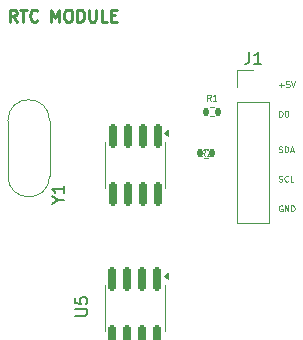
<source format=gbr>
G04 #@! TF.GenerationSoftware,KiCad,Pcbnew,9.0.1*
G04 #@! TF.CreationDate,2026-02-12T23:06:57+05:30*
G04 #@! TF.ProjectId,project1,70726f6a-6563-4743-912e-6b696361645f,rev?*
G04 #@! TF.SameCoordinates,Original*
G04 #@! TF.FileFunction,Legend,Top*
G04 #@! TF.FilePolarity,Positive*
%FSLAX46Y46*%
G04 Gerber Fmt 4.6, Leading zero omitted, Abs format (unit mm)*
G04 Created by KiCad (PCBNEW 9.0.1) date 2026-02-12 23:06:57*
%MOMM*%
%LPD*%
G01*
G04 APERTURE LIST*
G04 Aperture macros list*
%AMRoundRect*
0 Rectangle with rounded corners*
0 $1 Rounding radius*
0 $2 $3 $4 $5 $6 $7 $8 $9 X,Y pos of 4 corners*
0 Add a 4 corners polygon primitive as box body*
4,1,4,$2,$3,$4,$5,$6,$7,$8,$9,$2,$3,0*
0 Add four circle primitives for the rounded corners*
1,1,$1+$1,$2,$3*
1,1,$1+$1,$4,$5*
1,1,$1+$1,$6,$7*
1,1,$1+$1,$8,$9*
0 Add four rect primitives between the rounded corners*
20,1,$1+$1,$2,$3,$4,$5,0*
20,1,$1+$1,$4,$5,$6,$7,0*
20,1,$1+$1,$6,$7,$8,$9,0*
20,1,$1+$1,$8,$9,$2,$3,0*%
G04 Aperture macros list end*
%ADD10C,0.125000*%
%ADD11C,0.250000*%
%ADD12C,0.150000*%
%ADD13C,0.120000*%
%ADD14RoundRect,0.150000X-0.150000X0.825000X-0.150000X-0.825000X0.150000X-0.825000X0.150000X0.825000X0*%
%ADD15C,1.500000*%
%ADD16RoundRect,0.135000X0.135000X0.185000X-0.135000X0.185000X-0.135000X-0.185000X0.135000X-0.185000X0*%
%ADD17R,1.700000X1.700000*%
%ADD18C,1.700000*%
%ADD19RoundRect,0.135000X-0.135000X-0.185000X0.135000X-0.185000X0.135000X0.185000X-0.135000X0.185000X0*%
G04 APERTURE END LIST*
D10*
X160642283Y-95191309D02*
X160642283Y-94691309D01*
X160642283Y-94691309D02*
X160761331Y-94691309D01*
X160761331Y-94691309D02*
X160832759Y-94715119D01*
X160832759Y-94715119D02*
X160880378Y-94762738D01*
X160880378Y-94762738D02*
X160904188Y-94810357D01*
X160904188Y-94810357D02*
X160927997Y-94905595D01*
X160927997Y-94905595D02*
X160927997Y-94977023D01*
X160927997Y-94977023D02*
X160904188Y-95072261D01*
X160904188Y-95072261D02*
X160880378Y-95119880D01*
X160880378Y-95119880D02*
X160832759Y-95167500D01*
X160832759Y-95167500D02*
X160761331Y-95191309D01*
X160761331Y-95191309D02*
X160642283Y-95191309D01*
X161237521Y-94691309D02*
X161285140Y-94691309D01*
X161285140Y-94691309D02*
X161332759Y-94715119D01*
X161332759Y-94715119D02*
X161356569Y-94738928D01*
X161356569Y-94738928D02*
X161380378Y-94786547D01*
X161380378Y-94786547D02*
X161404188Y-94881785D01*
X161404188Y-94881785D02*
X161404188Y-95000833D01*
X161404188Y-95000833D02*
X161380378Y-95096071D01*
X161380378Y-95096071D02*
X161356569Y-95143690D01*
X161356569Y-95143690D02*
X161332759Y-95167500D01*
X161332759Y-95167500D02*
X161285140Y-95191309D01*
X161285140Y-95191309D02*
X161237521Y-95191309D01*
X161237521Y-95191309D02*
X161189902Y-95167500D01*
X161189902Y-95167500D02*
X161166093Y-95143690D01*
X161166093Y-95143690D02*
X161142283Y-95096071D01*
X161142283Y-95096071D02*
X161118474Y-95000833D01*
X161118474Y-95000833D02*
X161118474Y-94881785D01*
X161118474Y-94881785D02*
X161142283Y-94786547D01*
X161142283Y-94786547D02*
X161166093Y-94738928D01*
X161166093Y-94738928D02*
X161189902Y-94715119D01*
X161189902Y-94715119D02*
X161237521Y-94691309D01*
X160618474Y-98167500D02*
X160689902Y-98191309D01*
X160689902Y-98191309D02*
X160808950Y-98191309D01*
X160808950Y-98191309D02*
X160856569Y-98167500D01*
X160856569Y-98167500D02*
X160880378Y-98143690D01*
X160880378Y-98143690D02*
X160904188Y-98096071D01*
X160904188Y-98096071D02*
X160904188Y-98048452D01*
X160904188Y-98048452D02*
X160880378Y-98000833D01*
X160880378Y-98000833D02*
X160856569Y-97977023D01*
X160856569Y-97977023D02*
X160808950Y-97953214D01*
X160808950Y-97953214D02*
X160713712Y-97929404D01*
X160713712Y-97929404D02*
X160666093Y-97905595D01*
X160666093Y-97905595D02*
X160642283Y-97881785D01*
X160642283Y-97881785D02*
X160618474Y-97834166D01*
X160618474Y-97834166D02*
X160618474Y-97786547D01*
X160618474Y-97786547D02*
X160642283Y-97738928D01*
X160642283Y-97738928D02*
X160666093Y-97715119D01*
X160666093Y-97715119D02*
X160713712Y-97691309D01*
X160713712Y-97691309D02*
X160832759Y-97691309D01*
X160832759Y-97691309D02*
X160904188Y-97715119D01*
X161118473Y-98191309D02*
X161118473Y-97691309D01*
X161118473Y-97691309D02*
X161237521Y-97691309D01*
X161237521Y-97691309D02*
X161308949Y-97715119D01*
X161308949Y-97715119D02*
X161356568Y-97762738D01*
X161356568Y-97762738D02*
X161380378Y-97810357D01*
X161380378Y-97810357D02*
X161404187Y-97905595D01*
X161404187Y-97905595D02*
X161404187Y-97977023D01*
X161404187Y-97977023D02*
X161380378Y-98072261D01*
X161380378Y-98072261D02*
X161356568Y-98119880D01*
X161356568Y-98119880D02*
X161308949Y-98167500D01*
X161308949Y-98167500D02*
X161237521Y-98191309D01*
X161237521Y-98191309D02*
X161118473Y-98191309D01*
X161594664Y-98048452D02*
X161832759Y-98048452D01*
X161547045Y-98191309D02*
X161713711Y-97691309D01*
X161713711Y-97691309D02*
X161880378Y-98191309D01*
D11*
X138414996Y-87123619D02*
X138081663Y-86647428D01*
X137843568Y-87123619D02*
X137843568Y-86123619D01*
X137843568Y-86123619D02*
X138224520Y-86123619D01*
X138224520Y-86123619D02*
X138319758Y-86171238D01*
X138319758Y-86171238D02*
X138367377Y-86218857D01*
X138367377Y-86218857D02*
X138414996Y-86314095D01*
X138414996Y-86314095D02*
X138414996Y-86456952D01*
X138414996Y-86456952D02*
X138367377Y-86552190D01*
X138367377Y-86552190D02*
X138319758Y-86599809D01*
X138319758Y-86599809D02*
X138224520Y-86647428D01*
X138224520Y-86647428D02*
X137843568Y-86647428D01*
X138700711Y-86123619D02*
X139272139Y-86123619D01*
X138986425Y-87123619D02*
X138986425Y-86123619D01*
X140176901Y-87028380D02*
X140129282Y-87076000D01*
X140129282Y-87076000D02*
X139986425Y-87123619D01*
X139986425Y-87123619D02*
X139891187Y-87123619D01*
X139891187Y-87123619D02*
X139748330Y-87076000D01*
X139748330Y-87076000D02*
X139653092Y-86980761D01*
X139653092Y-86980761D02*
X139605473Y-86885523D01*
X139605473Y-86885523D02*
X139557854Y-86695047D01*
X139557854Y-86695047D02*
X139557854Y-86552190D01*
X139557854Y-86552190D02*
X139605473Y-86361714D01*
X139605473Y-86361714D02*
X139653092Y-86266476D01*
X139653092Y-86266476D02*
X139748330Y-86171238D01*
X139748330Y-86171238D02*
X139891187Y-86123619D01*
X139891187Y-86123619D02*
X139986425Y-86123619D01*
X139986425Y-86123619D02*
X140129282Y-86171238D01*
X140129282Y-86171238D02*
X140176901Y-86218857D01*
X141367378Y-87123619D02*
X141367378Y-86123619D01*
X141367378Y-86123619D02*
X141700711Y-86837904D01*
X141700711Y-86837904D02*
X142034044Y-86123619D01*
X142034044Y-86123619D02*
X142034044Y-87123619D01*
X142700711Y-86123619D02*
X142891187Y-86123619D01*
X142891187Y-86123619D02*
X142986425Y-86171238D01*
X142986425Y-86171238D02*
X143081663Y-86266476D01*
X143081663Y-86266476D02*
X143129282Y-86456952D01*
X143129282Y-86456952D02*
X143129282Y-86790285D01*
X143129282Y-86790285D02*
X143081663Y-86980761D01*
X143081663Y-86980761D02*
X142986425Y-87076000D01*
X142986425Y-87076000D02*
X142891187Y-87123619D01*
X142891187Y-87123619D02*
X142700711Y-87123619D01*
X142700711Y-87123619D02*
X142605473Y-87076000D01*
X142605473Y-87076000D02*
X142510235Y-86980761D01*
X142510235Y-86980761D02*
X142462616Y-86790285D01*
X142462616Y-86790285D02*
X142462616Y-86456952D01*
X142462616Y-86456952D02*
X142510235Y-86266476D01*
X142510235Y-86266476D02*
X142605473Y-86171238D01*
X142605473Y-86171238D02*
X142700711Y-86123619D01*
X143557854Y-87123619D02*
X143557854Y-86123619D01*
X143557854Y-86123619D02*
X143795949Y-86123619D01*
X143795949Y-86123619D02*
X143938806Y-86171238D01*
X143938806Y-86171238D02*
X144034044Y-86266476D01*
X144034044Y-86266476D02*
X144081663Y-86361714D01*
X144081663Y-86361714D02*
X144129282Y-86552190D01*
X144129282Y-86552190D02*
X144129282Y-86695047D01*
X144129282Y-86695047D02*
X144081663Y-86885523D01*
X144081663Y-86885523D02*
X144034044Y-86980761D01*
X144034044Y-86980761D02*
X143938806Y-87076000D01*
X143938806Y-87076000D02*
X143795949Y-87123619D01*
X143795949Y-87123619D02*
X143557854Y-87123619D01*
X144557854Y-86123619D02*
X144557854Y-86933142D01*
X144557854Y-86933142D02*
X144605473Y-87028380D01*
X144605473Y-87028380D02*
X144653092Y-87076000D01*
X144653092Y-87076000D02*
X144748330Y-87123619D01*
X144748330Y-87123619D02*
X144938806Y-87123619D01*
X144938806Y-87123619D02*
X145034044Y-87076000D01*
X145034044Y-87076000D02*
X145081663Y-87028380D01*
X145081663Y-87028380D02*
X145129282Y-86933142D01*
X145129282Y-86933142D02*
X145129282Y-86123619D01*
X146081663Y-87123619D02*
X145605473Y-87123619D01*
X145605473Y-87123619D02*
X145605473Y-86123619D01*
X146414997Y-86599809D02*
X146748330Y-86599809D01*
X146891187Y-87123619D02*
X146414997Y-87123619D01*
X146414997Y-87123619D02*
X146414997Y-86123619D01*
X146414997Y-86123619D02*
X146891187Y-86123619D01*
D10*
X160904188Y-102715119D02*
X160856569Y-102691309D01*
X160856569Y-102691309D02*
X160785140Y-102691309D01*
X160785140Y-102691309D02*
X160713712Y-102715119D01*
X160713712Y-102715119D02*
X160666093Y-102762738D01*
X160666093Y-102762738D02*
X160642283Y-102810357D01*
X160642283Y-102810357D02*
X160618474Y-102905595D01*
X160618474Y-102905595D02*
X160618474Y-102977023D01*
X160618474Y-102977023D02*
X160642283Y-103072261D01*
X160642283Y-103072261D02*
X160666093Y-103119880D01*
X160666093Y-103119880D02*
X160713712Y-103167500D01*
X160713712Y-103167500D02*
X160785140Y-103191309D01*
X160785140Y-103191309D02*
X160832759Y-103191309D01*
X160832759Y-103191309D02*
X160904188Y-103167500D01*
X160904188Y-103167500D02*
X160927997Y-103143690D01*
X160927997Y-103143690D02*
X160927997Y-102977023D01*
X160927997Y-102977023D02*
X160832759Y-102977023D01*
X161142283Y-103191309D02*
X161142283Y-102691309D01*
X161142283Y-102691309D02*
X161427997Y-103191309D01*
X161427997Y-103191309D02*
X161427997Y-102691309D01*
X161666093Y-103191309D02*
X161666093Y-102691309D01*
X161666093Y-102691309D02*
X161785141Y-102691309D01*
X161785141Y-102691309D02*
X161856569Y-102715119D01*
X161856569Y-102715119D02*
X161904188Y-102762738D01*
X161904188Y-102762738D02*
X161927998Y-102810357D01*
X161927998Y-102810357D02*
X161951807Y-102905595D01*
X161951807Y-102905595D02*
X161951807Y-102977023D01*
X161951807Y-102977023D02*
X161927998Y-103072261D01*
X161927998Y-103072261D02*
X161904188Y-103119880D01*
X161904188Y-103119880D02*
X161856569Y-103167500D01*
X161856569Y-103167500D02*
X161785141Y-103191309D01*
X161785141Y-103191309D02*
X161666093Y-103191309D01*
X160618474Y-100667500D02*
X160689902Y-100691309D01*
X160689902Y-100691309D02*
X160808950Y-100691309D01*
X160808950Y-100691309D02*
X160856569Y-100667500D01*
X160856569Y-100667500D02*
X160880378Y-100643690D01*
X160880378Y-100643690D02*
X160904188Y-100596071D01*
X160904188Y-100596071D02*
X160904188Y-100548452D01*
X160904188Y-100548452D02*
X160880378Y-100500833D01*
X160880378Y-100500833D02*
X160856569Y-100477023D01*
X160856569Y-100477023D02*
X160808950Y-100453214D01*
X160808950Y-100453214D02*
X160713712Y-100429404D01*
X160713712Y-100429404D02*
X160666093Y-100405595D01*
X160666093Y-100405595D02*
X160642283Y-100381785D01*
X160642283Y-100381785D02*
X160618474Y-100334166D01*
X160618474Y-100334166D02*
X160618474Y-100286547D01*
X160618474Y-100286547D02*
X160642283Y-100238928D01*
X160642283Y-100238928D02*
X160666093Y-100215119D01*
X160666093Y-100215119D02*
X160713712Y-100191309D01*
X160713712Y-100191309D02*
X160832759Y-100191309D01*
X160832759Y-100191309D02*
X160904188Y-100215119D01*
X161404187Y-100643690D02*
X161380378Y-100667500D01*
X161380378Y-100667500D02*
X161308949Y-100691309D01*
X161308949Y-100691309D02*
X161261330Y-100691309D01*
X161261330Y-100691309D02*
X161189902Y-100667500D01*
X161189902Y-100667500D02*
X161142283Y-100619880D01*
X161142283Y-100619880D02*
X161118473Y-100572261D01*
X161118473Y-100572261D02*
X161094664Y-100477023D01*
X161094664Y-100477023D02*
X161094664Y-100405595D01*
X161094664Y-100405595D02*
X161118473Y-100310357D01*
X161118473Y-100310357D02*
X161142283Y-100262738D01*
X161142283Y-100262738D02*
X161189902Y-100215119D01*
X161189902Y-100215119D02*
X161261330Y-100191309D01*
X161261330Y-100191309D02*
X161308949Y-100191309D01*
X161308949Y-100191309D02*
X161380378Y-100215119D01*
X161380378Y-100215119D02*
X161404187Y-100238928D01*
X161856568Y-100691309D02*
X161618473Y-100691309D01*
X161618473Y-100691309D02*
X161618473Y-100191309D01*
X160642283Y-92500833D02*
X161023236Y-92500833D01*
X160832759Y-92691309D02*
X160832759Y-92310357D01*
X161499426Y-92191309D02*
X161261331Y-92191309D01*
X161261331Y-92191309D02*
X161237522Y-92429404D01*
X161237522Y-92429404D02*
X161261331Y-92405595D01*
X161261331Y-92405595D02*
X161308950Y-92381785D01*
X161308950Y-92381785D02*
X161427998Y-92381785D01*
X161427998Y-92381785D02*
X161475617Y-92405595D01*
X161475617Y-92405595D02*
X161499426Y-92429404D01*
X161499426Y-92429404D02*
X161523236Y-92477023D01*
X161523236Y-92477023D02*
X161523236Y-92596071D01*
X161523236Y-92596071D02*
X161499426Y-92643690D01*
X161499426Y-92643690D02*
X161475617Y-92667500D01*
X161475617Y-92667500D02*
X161427998Y-92691309D01*
X161427998Y-92691309D02*
X161308950Y-92691309D01*
X161308950Y-92691309D02*
X161261331Y-92667500D01*
X161261331Y-92667500D02*
X161237522Y-92643690D01*
X161666093Y-92191309D02*
X161832759Y-92691309D01*
X161832759Y-92691309D02*
X161999426Y-92191309D01*
D12*
X143395819Y-112020904D02*
X144205342Y-112020904D01*
X144205342Y-112020904D02*
X144300580Y-111973285D01*
X144300580Y-111973285D02*
X144348200Y-111925666D01*
X144348200Y-111925666D02*
X144395819Y-111830428D01*
X144395819Y-111830428D02*
X144395819Y-111639952D01*
X144395819Y-111639952D02*
X144348200Y-111544714D01*
X144348200Y-111544714D02*
X144300580Y-111497095D01*
X144300580Y-111497095D02*
X144205342Y-111449476D01*
X144205342Y-111449476D02*
X143395819Y-111449476D01*
X143395819Y-110497095D02*
X143395819Y-110973285D01*
X143395819Y-110973285D02*
X143872009Y-111020904D01*
X143872009Y-111020904D02*
X143824390Y-110973285D01*
X143824390Y-110973285D02*
X143776771Y-110878047D01*
X143776771Y-110878047D02*
X143776771Y-110639952D01*
X143776771Y-110639952D02*
X143824390Y-110544714D01*
X143824390Y-110544714D02*
X143872009Y-110497095D01*
X143872009Y-110497095D02*
X143967247Y-110449476D01*
X143967247Y-110449476D02*
X144205342Y-110449476D01*
X144205342Y-110449476D02*
X144300580Y-110497095D01*
X144300580Y-110497095D02*
X144348200Y-110544714D01*
X144348200Y-110544714D02*
X144395819Y-110639952D01*
X144395819Y-110639952D02*
X144395819Y-110878047D01*
X144395819Y-110878047D02*
X144348200Y-110973285D01*
X144348200Y-110973285D02*
X144300580Y-111020904D01*
X141919628Y-102235190D02*
X142395819Y-102235190D01*
X141395819Y-102568523D02*
X141919628Y-102235190D01*
X141919628Y-102235190D02*
X141395819Y-101901857D01*
X142395819Y-101044714D02*
X142395819Y-101616142D01*
X142395819Y-101330428D02*
X141395819Y-101330428D01*
X141395819Y-101330428D02*
X141538676Y-101425666D01*
X141538676Y-101425666D02*
X141633914Y-101520904D01*
X141633914Y-101520904D02*
X141681533Y-101616142D01*
D10*
X154367666Y-98483809D02*
X154201000Y-98245714D01*
X154081952Y-98483809D02*
X154081952Y-97983809D01*
X154081952Y-97983809D02*
X154272428Y-97983809D01*
X154272428Y-97983809D02*
X154320047Y-98007619D01*
X154320047Y-98007619D02*
X154343857Y-98031428D01*
X154343857Y-98031428D02*
X154367666Y-98079047D01*
X154367666Y-98079047D02*
X154367666Y-98150476D01*
X154367666Y-98150476D02*
X154343857Y-98198095D01*
X154343857Y-98198095D02*
X154320047Y-98221904D01*
X154320047Y-98221904D02*
X154272428Y-98245714D01*
X154272428Y-98245714D02*
X154081952Y-98245714D01*
X154558143Y-98031428D02*
X154581952Y-98007619D01*
X154581952Y-98007619D02*
X154629571Y-97983809D01*
X154629571Y-97983809D02*
X154748619Y-97983809D01*
X154748619Y-97983809D02*
X154796238Y-98007619D01*
X154796238Y-98007619D02*
X154820047Y-98031428D01*
X154820047Y-98031428D02*
X154843857Y-98079047D01*
X154843857Y-98079047D02*
X154843857Y-98126666D01*
X154843857Y-98126666D02*
X154820047Y-98198095D01*
X154820047Y-98198095D02*
X154534333Y-98483809D01*
X154534333Y-98483809D02*
X154843857Y-98483809D01*
D12*
X158107666Y-89713819D02*
X158107666Y-90428104D01*
X158107666Y-90428104D02*
X158060047Y-90570961D01*
X158060047Y-90570961D02*
X157964809Y-90666200D01*
X157964809Y-90666200D02*
X157821952Y-90713819D01*
X157821952Y-90713819D02*
X157726714Y-90713819D01*
X159107666Y-90713819D02*
X158536238Y-90713819D01*
X158821952Y-90713819D02*
X158821952Y-89713819D01*
X158821952Y-89713819D02*
X158726714Y-89856676D01*
X158726714Y-89856676D02*
X158631476Y-89951914D01*
X158631476Y-89951914D02*
X158536238Y-89999533D01*
D10*
X154857666Y-93813809D02*
X154691000Y-93575714D01*
X154571952Y-93813809D02*
X154571952Y-93313809D01*
X154571952Y-93313809D02*
X154762428Y-93313809D01*
X154762428Y-93313809D02*
X154810047Y-93337619D01*
X154810047Y-93337619D02*
X154833857Y-93361428D01*
X154833857Y-93361428D02*
X154857666Y-93409047D01*
X154857666Y-93409047D02*
X154857666Y-93480476D01*
X154857666Y-93480476D02*
X154833857Y-93528095D01*
X154833857Y-93528095D02*
X154810047Y-93551904D01*
X154810047Y-93551904D02*
X154762428Y-93575714D01*
X154762428Y-93575714D02*
X154571952Y-93575714D01*
X155333857Y-93813809D02*
X155048143Y-93813809D01*
X155191000Y-93813809D02*
X155191000Y-93313809D01*
X155191000Y-93313809D02*
X155143381Y-93385238D01*
X155143381Y-93385238D02*
X155095762Y-93432857D01*
X155095762Y-93432857D02*
X155048143Y-93456666D01*
D13*
X145866000Y-111394000D02*
X145866000Y-109444000D01*
X145866000Y-111394000D02*
X145866000Y-113344000D01*
X150986000Y-111394000D02*
X150986000Y-109444000D01*
X150986000Y-111394000D02*
X150986000Y-113344000D01*
X151221000Y-108934000D02*
X150891000Y-108694000D01*
X151221000Y-108454000D01*
X151221000Y-108934000D01*
G36*
X151221000Y-108934000D02*
G01*
X150891000Y-108694000D01*
X151221000Y-108454000D01*
X151221000Y-108934000D01*
G37*
X137681000Y-100209000D02*
X137681000Y-95509000D01*
X141201000Y-100209000D02*
X141201000Y-95509000D01*
X137681000Y-95509000D02*
G75*
G02*
X141201000Y-95509000I1760000J0D01*
G01*
X141201000Y-100209000D02*
G75*
G02*
X137681000Y-100209000I-1760000J0D01*
G01*
X145891000Y-99259000D02*
X145891000Y-97309000D01*
X145891000Y-99259000D02*
X145891000Y-101209000D01*
X151011000Y-99259000D02*
X151011000Y-97309000D01*
X151011000Y-99259000D02*
X151011000Y-101209000D01*
X151246000Y-96799000D02*
X150916000Y-96559000D01*
X151246000Y-96319000D01*
X151246000Y-96799000D01*
G36*
X151246000Y-96799000D02*
G01*
X150916000Y-96559000D01*
X151246000Y-96319000D01*
X151246000Y-96799000D01*
G37*
X154604641Y-97879000D02*
X154297359Y-97879000D01*
X154604641Y-98639000D02*
X154297359Y-98639000D01*
X157061000Y-91259000D02*
X158441000Y-91259000D01*
X157061000Y-92639000D02*
X157061000Y-91259000D01*
X157061000Y-93909000D02*
X157061000Y-104179000D01*
X157061000Y-93909000D02*
X159821000Y-93909000D01*
X157061000Y-104179000D02*
X159821000Y-104179000D01*
X159821000Y-93909000D02*
X159821000Y-104179000D01*
X154787359Y-94379000D02*
X155094641Y-94379000D01*
X154787359Y-95139000D02*
X155094641Y-95139000D01*
%LPC*%
D14*
X150331000Y-108919000D03*
X149061000Y-108919000D03*
X147791000Y-108919000D03*
X146521000Y-108919000D03*
X146521000Y-113869000D03*
X147791000Y-113869000D03*
X149061000Y-113869000D03*
X150331000Y-113869000D03*
D15*
X139441000Y-99759000D03*
X139441000Y-95959000D03*
D14*
X150356000Y-96784000D03*
X149086000Y-96784000D03*
X147816000Y-96784000D03*
X146546000Y-96784000D03*
X146546000Y-101734000D03*
X147816000Y-101734000D03*
X149086000Y-101734000D03*
X150356000Y-101734000D03*
D16*
X154961000Y-98259000D03*
X153941000Y-98259000D03*
D17*
X158441000Y-92639000D03*
D18*
X158441000Y-95179000D03*
X158441000Y-97719000D03*
X158441000Y-100259000D03*
X158441000Y-102799000D03*
D19*
X154431000Y-94759000D03*
X155451000Y-94759000D03*
%LPD*%
M02*

</source>
